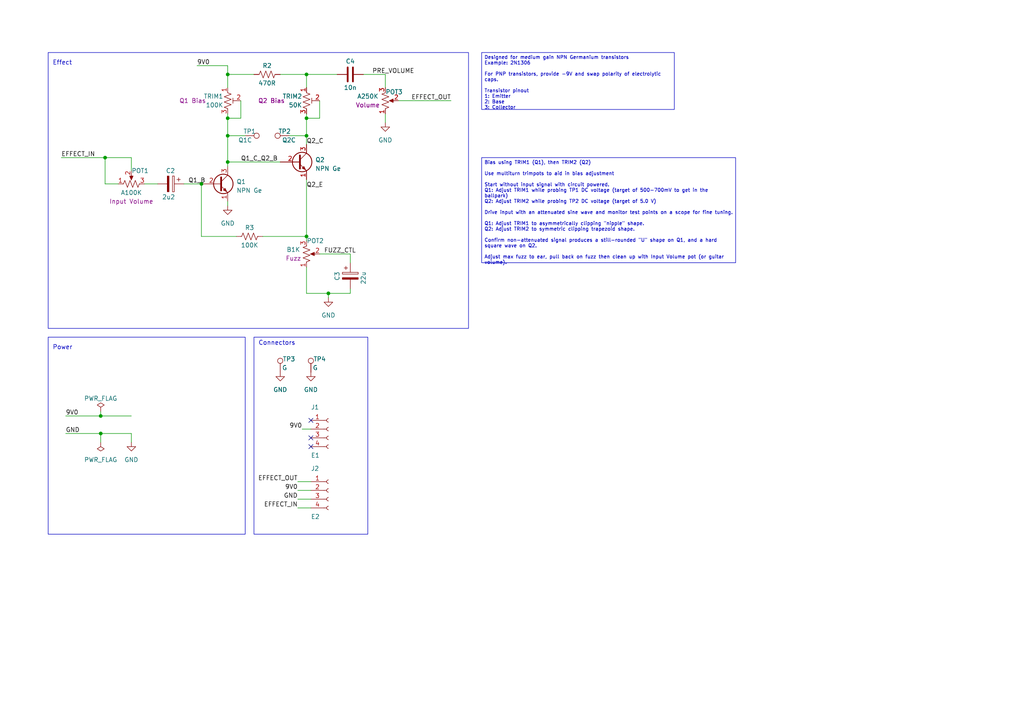
<source format=kicad_sch>
(kicad_sch (version 20230121) (generator eeschema)
  (paper "A4")
  (title_block (title "Random Input Fuzz Effect (Based on Fuzz Face)") (date "2023-02-28") (rev "v0.2"))
  (lib_symbols
    (symbol "Connector:Conn_01x04_Socket" (pin_names (offset 1.016) hide)
      (property "Reference" "J" (at 0 5.08 0))
      (property "Value" "Conn_01x04_Socket" (at 0 -7.62 0))
      (symbol "Conn_01x04_Socket_1_1"
        (arc (start 0 -4.572) (mid -0.5058 -5.08) (end 0 -5.588) (stroke (width 0.1524)))
        (arc (start 0 -2.032) (mid -0.5058 -2.54) (end 0 -3.048) (stroke (width 0.1524)))
        (polyline (pts (xy -1.27 -5.08) (xy -0.508 -5.08)) (stroke (width 0.1524)))
        (polyline (pts (xy -1.27 -2.54) (xy -0.508 -2.54)) (stroke (width 0.1524)))
        (polyline (pts (xy -1.27 0) (xy -0.508 0)) (stroke (width 0.1524)))
        (polyline (pts (xy -1.27 2.54) (xy -0.508 2.54)) (stroke (width 0.1524)))
        (arc (start 0 0.508) (mid -0.5058 0) (end 0 -0.508) (stroke (width 0.1524)))
        (arc (start 0 3.048) (mid -0.5058 2.54) (end 0 2.032) (stroke (width 0.1524)))
        (pin passive line (at -5.08 2.54 0) (length 3.81) (name "Pin_1") (number "1"))
        (pin passive line (at -5.08 0 0) (length 3.81) (name "Pin_2") (number "2"))
        (pin passive line (at -5.08 -2.54 0) (length 3.81) (name "Pin_3") (number "3"))
        (pin passive line (at -5.08 -5.08 0) (length 3.81) (name "Pin_4") (number "4"))
      )
    )
    (symbol "Connector:TestPoint" (pin_numbers hide) (pin_names (offset 0.762) hide)
      (property "Reference" "TP" (at 0 6.858 0))
      (property "Value" "TestPoint" (at 0 5.08 0))
      (symbol "TestPoint_0_1"
        (circle (center 0 3.302) (radius 0.762))
      )
      (symbol "TestPoint_1_1"
        (pin passive line (at 0 0 90) (length 2.54) (name "1") (number "1"))
      )
    )
    (symbol "Device:C" (pin_numbers hide) (pin_names (offset 0.254))
      (property "Reference" "C" (at 0.635 2.54 0))
      (property "Value" "C" (at 0.635 -2.54 0))
      (symbol "C_0_1"
        (polyline (pts (xy -2.032 -0.762) (xy 2.032 -0.762)) (stroke (width 0.508)))
        (polyline (pts (xy -2.032 0.762) (xy 2.032 0.762)) (stroke (width 0.508)))
      )
      (symbol "C_1_1"
        (pin passive line (at 0 3.81 270) (length 2.794) (name "~") (number "1"))
        (pin passive line (at 0 -3.81 90) (length 2.794) (name "~") (number "2"))
      )
    )
    (symbol "Device:C_Polarized" (pin_numbers hide) (pin_names (offset 0.254))
      (property "Reference" "C" (at 0.635 2.54 0))
      (property "Value" "C_Polarized" (at 0.635 -2.54 0))
      (symbol "C_Polarized_0_1"
        (rectangle (start -2.286 0.508) (end 2.286 1.016))
        (polyline (pts (xy -1.778 2.286) (xy -0.762 2.286)))
        (polyline (pts (xy -1.27 2.794) (xy -1.27 1.778)))
        (rectangle (start 2.286 -0.508) (end -2.286 -1.016) (fill (type outline)))
      )
      (symbol "C_Polarized_1_1"
        (pin passive line (at 0 3.81 270) (length 2.794) (name "~") (number "1"))
        (pin passive line (at 0 -3.81 90) (length 2.794) (name "~") (number "2"))
      )
    )
    (symbol "Device:Q_NPN_EBC" (pin_names (offset 0) hide)
      (property "Reference" "Q" (at 5.08 1.27 0))
      (property "Value" "Q_NPN_EBC" (at 5.08 -1.27 0))
      (symbol "Q_NPN_EBC_0_1"
        (polyline (pts (xy 0.635 0.635) (xy 2.54 2.54)))
        (polyline (pts (xy 0.635 -0.635) (xy 2.54 -2.54) (xy 2.54 -2.54)))
        (polyline (pts (xy 0.635 1.905) (xy 0.635 -1.905) (xy 0.635 -1.905)) (stroke (width 0.508)))
        (polyline (pts (xy 1.27 -1.778) (xy 1.778 -1.27) (xy 2.286 -2.286) (xy 1.27 -1.778) (xy 1.27 -1.778)) (fill (type outline)))
        (circle (center 1.27 0) (radius 2.8194) (stroke (width 0.254)))
      )
      (symbol "Q_NPN_EBC_1_1"
        (pin passive line (at 2.54 -5.08 90) (length 2.54) (name "E") (number "1"))
        (pin passive line (at -5.08 0 0) (length 5.715) (name "B") (number "2"))
        (pin passive line (at 2.54 5.08 270) (length 2.54) (name "C") (number "3"))
      )
    )
    (symbol "Device:R_Potentiometer_Trim_US" (pin_names (offset 1.016) hide)
      (property "Reference" "RV" (at -4.445 0 90))
      (property "Value" "R_Potentiometer_Trim_US" (at -2.54 0 90))
      (symbol "R_Potentiometer_Trim_US_0_1"
        (polyline (pts (xy 0 -2.286) (xy 0 -2.54)))
        (polyline (pts (xy 0 2.286) (xy 0 2.54)))
        (polyline (pts (xy 1.524 0.762) (xy 1.524 -0.762)))
        (polyline (pts (xy 2.54 0) (xy 1.524 0)))
        (polyline (pts (xy 0 -0.762) (xy 1.016 -1.143) (xy 0 -1.524) (xy -1.016 -1.905) (xy 0 -2.286)))
        (polyline (pts (xy 0 0.762) (xy 1.016 0.381) (xy 0 0) (xy -1.016 -0.381) (xy 0 -0.762)))
        (polyline (pts (xy 0 2.286) (xy 1.016 1.905) (xy 0 1.524) (xy -1.016 1.143) (xy 0 0.762)))
      )
      (symbol "R_Potentiometer_Trim_US_1_1"
        (pin passive line (at 0 3.81 270) (length 1.27) (name "1") (number "1"))
        (pin passive line (at 3.81 0 180) (length 1.27) (name "2") (number "2"))
        (pin passive line (at 0 -3.81 90) (length 1.27) (name "3") (number "3"))
      )
    )
    (symbol "Device:R_Potentiometer_US" (pin_names (offset 1.016) hide)
      (property "Reference" "RV" (at -4.445 0 90))
      (property "Value" "R_Potentiometer_US" (at -2.54 0 90))
      (symbol "R_Potentiometer_US_0_1"
        (polyline (pts (xy 0 -2.286) (xy 0 -2.54)))
        (polyline (pts (xy 0 2.54) (xy 0 2.286)))
        (polyline (pts (xy 2.54 0) (xy 1.524 0)))
        (polyline (pts (xy 1.143 0) (xy 2.286 0.508) (xy 2.286 -0.508) (xy 1.143 0)) (fill (type outline)))
        (polyline (pts (xy 0 -0.762) (xy 1.016 -1.143) (xy 0 -1.524) (xy -1.016 -1.905) (xy 0 -2.286)))
        (polyline (pts (xy 0 0.762) (xy 1.016 0.381) (xy 0 0) (xy -1.016 -0.381) (xy 0 -0.762)))
        (polyline (pts (xy 0 2.286) (xy 1.016 1.905) (xy 0 1.524) (xy -1.016 1.143) (xy 0 0.762)))
      )
      (symbol "R_Potentiometer_US_1_1"
        (pin passive line (at 0 3.81 270) (length 1.27) (name "1") (number "1"))
        (pin passive line (at 3.81 0 180) (length 1.27) (name "2") (number "2"))
        (pin passive line (at 0 -3.81 90) (length 1.27) (name "3") (number "3"))
      )
    )
    (symbol "Device:R_US" (pin_numbers hide) (pin_names (offset 0))
      (property "Reference" "R" (at 2.54 0 90))
      (property "Value" "R_US" (at -2.54 0 90))
      (symbol "R_US_0_1"
        (polyline (pts (xy 0 -2.286) (xy 0 -2.54)))
        (polyline (pts (xy 0 2.286) (xy 0 2.54)))
        (polyline (pts (xy 0 -0.762) (xy 1.016 -1.143) (xy 0 -1.524) (xy -1.016 -1.905) (xy 0 -2.286)))
        (polyline (pts (xy 0 0.762) (xy 1.016 0.381) (xy 0 0) (xy -1.016 -0.381) (xy 0 -0.762)))
        (polyline (pts (xy 0 2.286) (xy 1.016 1.905) (xy 0 1.524) (xy -1.016 1.143) (xy 0 0.762)))
      )
      (symbol "R_US_1_1"
        (pin passive line (at 0 3.81 270) (length 1.27) (name "~") (number "1"))
        (pin passive line (at 0 -3.81 90) (length 1.27) (name "~") (number "2"))
      )
    )
    (symbol "power:GND" (power) (pin_names (offset 0))
      (property "Value" "GND" (at 0 -3.81 0))
      (symbol "GND_0_1"
        (polyline (pts (xy 0 0) (xy 0 -1.27) (xy 1.27 -1.27) (xy 0 -2.54) (xy -1.27 -1.27) (xy 0 -1.27)))
      )
      (symbol "GND_1_1"
        (pin power_in line (at 0 0 270) (length 0) hide (name "GND") (number "1"))
      )
    )
    (symbol "power:PWR_FLAG" (power) (pin_numbers hide) (pin_names (offset 0) hide)
      (property "Value" "PWR_FLAG" (at 0 3.81 0))
      (symbol "PWR_FLAG_0_0"
        (pin power_out line (at 0 0 90) (length 0) (name "pwr") (number "1"))
      )
      (symbol "PWR_FLAG_0_1"
        (polyline (pts (xy 0 0) (xy 0 1.27) (xy -1.016 1.905) (xy 0 2.54) (xy 1.016 1.905) (xy 0 1.27)))
      )
    )
  )
  (junction (at 29.21 125.73))
  (junction (at 66.04 34.29))
  (junction (at 95.25 85.09))
  (junction (at 88.9 39.37))
  (junction (at 66.04 21.59))
  (junction (at 29.21 120.65))
  (junction (at 58.42 53.34))
  (junction (at 88.9 21.59))
  (junction (at 66.04 46.99))
  (junction (at 88.9 68.58))
  (junction (at 30.48 45.72))
  (junction (at 88.9 34.29))
  (junction (at 66.04 39.37))
  (no_connect (at 90.17 129.54))
  (no_connect (at 90.17 121.92))
  (no_connect (at 90.17 127))
  (wire (pts (xy 88.9 68.58) (xy 88.9 69.85)))
  (wire (pts (xy 66.04 33.02) (xy 66.04 34.29)))
  (wire (pts (xy 38.1 45.72) (xy 38.1 49.53)))
  (wire (pts (xy 92.71 34.29) (xy 92.71 29.21)))
  (wire (pts (xy 29.21 125.73) (xy 38.1 125.73)))
  (wire (pts (xy 86.36 144.78) (xy 90.17 144.78)))
  (wire (pts (xy 86.36 139.7) (xy 90.17 139.7)))
  (wire (pts (xy 41.91 53.34) (xy 45.72 53.34)))
  (wire (pts (xy 58.42 53.34) (xy 58.42 68.58)))
  (wire (pts (xy 111.76 21.59) (xy 111.76 25.4)))
  (wire (pts (xy 95.25 85.09) (xy 101.6 85.09)))
  (wire (pts (xy 115.57 29.21) (xy 130.81 29.21)))
  (wire (pts (xy 66.04 46.99) (xy 81.28 46.99)))
  (wire (pts (xy 57.15 19.05) (xy 66.04 19.05)))
  (wire (pts (xy 38.1 125.73) (xy 38.1 128.27)))
  (wire (pts (xy 29.21 125.73) (xy 29.21 128.27)))
  (wire (pts (xy 88.9 34.29) (xy 92.71 34.29)))
  (wire (pts (xy 95.25 85.09) (xy 95.25 86.36)))
  (wire (pts (xy 19.05 120.65) (xy 29.21 120.65)))
  (wire (pts (xy 66.04 19.05) (xy 66.04 21.59)))
  (wire (pts (xy 76.2 68.58) (xy 88.9 68.58)))
  (wire (pts (xy 105.41 21.59) (xy 111.76 21.59)))
  (wire (pts (xy 88.9 85.09) (xy 95.25 85.09)))
  (wire (pts (xy 30.48 45.72) (xy 30.48 53.34)))
  (wire (pts (xy 66.04 21.59) (xy 66.04 25.4)))
  (wire (pts (xy 88.9 33.02) (xy 88.9 34.29)))
  (wire (pts (xy 30.48 45.72) (xy 38.1 45.72)))
  (wire (pts (xy 66.04 46.99) (xy 66.04 48.26)))
  (wire (pts (xy 88.9 34.29) (xy 88.9 39.37)))
  (wire (pts (xy 86.36 147.32) (xy 90.17 147.32)))
  (wire (pts (xy 88.9 52.07) (xy 88.9 68.58)))
  (wire (pts (xy 66.04 34.29) (xy 69.85 34.29)))
  (wire (pts (xy 66.04 39.37) (xy 66.04 46.99)))
  (wire (pts (xy 81.28 21.59) (xy 88.9 21.59)))
  (wire (pts (xy 29.21 119.38) (xy 29.21 120.65)))
  (wire (pts (xy 30.48 53.34) (xy 34.29 53.34)))
  (wire (pts (xy 83.82 39.37) (xy 88.9 39.37)))
  (wire (pts (xy 88.9 21.59) (xy 97.79 21.59)))
  (wire (pts (xy 69.85 34.29) (xy 69.85 29.21)))
  (wire (pts (xy 101.6 85.09) (xy 101.6 83.82)))
  (wire (pts (xy 19.05 125.73) (xy 29.21 125.73)))
  (wire (pts (xy 92.71 73.66) (xy 101.6 73.66)))
  (wire (pts (xy 88.9 77.47) (xy 88.9 85.09)))
  (wire (pts (xy 88.9 39.37) (xy 88.9 41.91)))
  (wire (pts (xy 30.48 45.72) (xy 17.78 45.72)))
  (wire (pts (xy 66.04 58.42) (xy 66.04 59.69)))
  (wire (pts (xy 71.12 39.37) (xy 66.04 39.37)))
  (wire (pts (xy 86.36 142.24) (xy 90.17 142.24)))
  (wire (pts (xy 66.04 34.29) (xy 66.04 39.37)))
  (wire (pts (xy 88.9 21.59) (xy 88.9 25.4)))
  (wire (pts (xy 73.66 21.59) (xy 66.04 21.59)))
  (wire (pts (xy 29.21 120.65) (xy 38.1 120.65)))
  (wire (pts (xy 111.76 33.02) (xy 111.76 35.56)))
  (wire (pts (xy 101.6 76.2) (xy 101.6 73.66)))
  (wire (pts (xy 58.42 68.58) (xy 68.58 68.58)))
  (wire (pts (xy 53.34 53.34) (xy 58.42 53.34)))
  (wire (pts (xy 87.63 124.46) (xy 90.17 124.46)))
  (rectangle (start 13.97 97.79) (end 71.12 154.94))
  (rectangle (start 13.97 15.24) (end 135.89 95.25))
  (rectangle (start 73.66 97.79) (end 106.68 154.94))
  (text_box "Designed for medium gain NPN Germanium transistors\nExample: 2N1306\n\nFor PNP transistors, provide -9V and swap polarity of electrolytic caps.\n\nTransistor pinout\n1: Emitter\n2: Base\n3: Collector" (at 139.7 15.24 0) (size 55.88 16.51) (effects (font (size 1 1)) (justify left top)))
  (text_box "Bias using TRIM1 (Q1), then TRIM2 (Q2)\n\nUse multiturn trimpots to aid in bias adjustment\n\nStart without input signal with circuit powered.\nQ1: Adjust TRIM1 while probing TP1 DC voltage (target of 500-700mV to get in the ballpark)\nQ2: Adjust TRIM2 while probing TP2 DC voltage (target of 5.0 V)\n\nDrive input with an attenuated sine wave and monitor test points on a scope for fine tuning.\n\nQ1: Adjust TRIM1 to asymmetrically clipping \"nipple\" shape.\nQ2: Adjust TRIM2 to symmetric clipping trapezoid shape.\n\nConfirm non-attenuated signal produces a still-rounded \"U\" shape on Q1, and a hard square wave on Q2.\n\nAdjust max fuzz to ear, pull back on fuzz then clean up with Input Volume pot (or guitar volume)." (at 139.7 45.72 0) (size 73.66 30.48) (effects (font (size 1 1)) (justify left top)))
  (text "Effect" (at 15.24 19.05 0) (effects (font (size 1.27 1.27)) (justify left bottom)))
  (text "Power" (at 15.24 101.6 0) (effects (font (size 1.27 1.27)) (justify left bottom)))
  (text "Connectors" (at 74.93 100.33 0) (effects (font (size 1.27 1.27)) (justify left bottom)))
  (label "EFFECT_IN" (at 86.36 147.32 180))
  (label "9V0" (at 87.63 124.46 180))
  (label "FUZZ_CTL" (at 93.98 73.66 0))
  (label "EFFECT_OUT" (at 86.36 139.7 180))
  (label "GND" (at 86.36 144.78 180))
  (label "Q1_B" (at 54.61 53.34 0))
  (label "9V0" (at 19.05 120.65 0))
  (label "9V0" (at 57.15 19.05 0))
  (label "PRE_VOLUME" (at 107.95 21.59 0))
  (label "Q1_C_Q2_B" (at 69.85 46.99 0))
  (label "EFFECT_IN" (at 17.78 45.72 0))
  (label "EFFECT_OUT" (at 130.81 29.21 180))
  (label "9V0" (at 86.36 142.24 180))
  (label "Q2_E" (at 88.9 54.61 0))
  (label "Q2_C" (at 88.9 41.91 0))
  (label "GND" (at 19.05 125.73 0))
  (symbol (lib_id "Device:C_Polarized") (at 101.6 80.01 0) (unit 1)
    (property "Reference" "C3" (at 97.79 78.74 90) (effects (justify right)))
    (property "Value" "22u" (at 105.41 78.74 90) (effects (justify right)))
    (property "Footprint" "Capacitor_THT:CP_Radial_D4.0mm_P1.50mm" (effects hide))
  )
  (symbol (lib_id "Device:R_Potentiometer_Trim_US") (at 66.04 29.21 0) (unit 1)
    (property "Reference" "TRIM1" (at 64.77 27.94 0) (effects (justify right)))
    (property "Value" "100K" (at 64.77 30.48 0) (effects (justify right)))
    (property "Footprint" "Potentiometer_THT:Potentiometer_Bourns_3296W_Vertical" (effects hide))
    (property "Label" "Q1 Bias" (at 55.88 29.21 0))
  )
  (symbol (lib_id "Device:R_Potentiometer_US") (at 88.9 73.66 0) (mirror x) (unit 1)
    (property "Reference" "POT2" (at 91.44 69.85 0))
    (property "Value" "B1K" (at 85.09 72.39 0))
    (property "Footprint" "random_input:Potentiometer_Single_3_Horizontal" (effects hide))
    (property "Field4" "Fuzz" (at 85.09 74.93 0))
  )
  (symbol (lib_id "Device:R_Potentiometer_Trim_US") (at 88.9 29.21 0) (unit 1)
    (property "Reference" "TRIM2" (at 87.63 27.94 0) (effects (justify right)))
    (property "Value" "50K" (at 87.63 30.48 0) (effects (justify right)))
    (property "Footprint" "Potentiometer_THT:Potentiometer_Bourns_3296W_Vertical" (effects hide))
    (property "Label" "Q2 Bias" (at 78.74 29.21 0))
  )
  (symbol (lib_id "Connector:Conn_01x04_Socket") (at 95.25 124.46 0) (unit 1)
    (property "Reference" "J1" (at 90.17 118.11 0) (effects (justify left)))
    (property "Value" "E1" (at 90.17 132.08 0) (effects (justify left)))
    (property "Footprint" "Connector_Molex:Molex_PicoBlade_53047-0410_1x04_P1.25mm_Vertical" (effects hide))
  )
  (symbol (lib_id "power:GND") (at 90.17 107.95 0) (unit 1)
    (property "Reference" "#PWR02" (effects hide))
    (property "Value" "GND" (at 90.17 113.03 0))
  )
  (symbol (lib_id "Device:C_Polarized") (at 49.53 53.34 270) (unit 1)
    (property "Reference" "C2" (at 50.8 49.53 90) (effects (justify right)))
    (property "Value" "2u2" (at 50.8 57.15 90) (effects (justify right)))
    (property "Footprint" "Capacitor_THT:CP_Radial_D4.0mm_P1.50mm" (effects hide))
  )
  (symbol (lib_id "power:GND") (at 66.04 59.69 0) (unit 1)
    (property "Reference" "#PWR03" (effects hide))
    (property "Value" "GND" (at 66.04 64.77 0))
  )
  (symbol (lib_id "power:PWR_FLAG") (at 29.21 128.27 180) (unit 1)
    (property "Reference" "#FLG02" (effects hide))
    (property "Value" "PWR_FLAG" (at 29.21 133.35 0))
  )
  (symbol (lib_id "Device:Q_NPN_EBC") (at 86.36 46.99 0) (unit 1)
    (property "Reference" "Q2" (at 91.44 46.355 0) (effects (justify left)))
    (property "Value" "NPN Ge" (at 91.44 48.895 0) (effects (justify left)))
    (property "Footprint" "Package_TO_SOT_THT:TO-5-3" (effects hide))
  )
  (symbol (lib_id "power:GND") (at 111.76 35.56 0) (unit 1)
    (property "Reference" "#PWR05" (effects hide))
    (property "Value" "GND" (at 111.76 40.64 0))
  )
  (symbol (lib_id "Connector:TestPoint") (at 90.17 107.95 0) (unit 1)
    (property "Reference" "TP4" (at 92.71 104.14 0))
    (property "Value" "G" (at 91.44 106.68 0))
    (property "Footprint" "TestPoint:TestPoint_THTPad_2.5x2.5mm_Drill1.2mm" (effects hide))
  )
  (symbol (lib_id "Device:R_Potentiometer_US") (at 111.76 29.21 0) (mirror x) (unit 1)
    (property "Reference" "POT3" (at 114.3 26.67 0))
    (property "Value" "A250K" (at 106.68 27.94 0))
    (property "Footprint" "random_input:Potentiometer_Single_3_Horizontal" (effects hide))
    (property "Label" "Volume" (at 106.68 30.48 0))
  )
  (symbol (lib_id "Device:R_US") (at 77.47 21.59 90) (unit 1)
    (property "Reference" "R2" (at 77.47 19.05 90))
    (property "Value" "470R" (at 77.47 24.13 90))
    (property "Footprint" "Resistor_THT:R_Axial_DIN0207_L6.3mm_D2.5mm_P7.62mm_Horizontal" (effects hide))
  )
  (symbol (lib_id "Connector:TestPoint") (at 83.82 39.37 90) (unit 1)
    (property "Reference" "TP2" (at 82.55 38.1 90))
    (property "Value" "Q2C" (at 83.82 40.64 90))
    (property "Footprint" "TestPoint:TestPoint_THTPad_2.5x2.5mm_Drill1.2mm" (effects hide))
  )
  (symbol (lib_id "Connector:TestPoint") (at 81.28 107.95 0) (unit 1)
    (property "Reference" "TP3" (at 83.82 104.14 0))
    (property "Value" "G" (at 82.55 106.68 0))
    (property "Footprint" "TestPoint:TestPoint_THTPad_2.5x2.5mm_Drill1.2mm" (effects hide))
  )
  (symbol (lib_id "Connector:Conn_01x04_Socket") (at 95.25 142.24 0) (unit 1)
    (property "Reference" "J2" (at 90.17 135.89 0) (effects (justify left)))
    (property "Value" "E2" (at 90.17 149.86 0) (effects (justify left)))
    (property "Footprint" "Connector_Molex:Molex_PicoBlade_53047-0410_1x04_P1.25mm_Vertical" (effects hide))
  )
  (symbol (lib_id "power:GND") (at 81.28 107.95 0) (unit 1)
    (property "Reference" "#PWR04" (effects hide))
    (property "Value" "GND" (at 81.28 113.03 0))
  )
  (symbol (lib_id "power:GND") (at 38.1 128.27 0) (unit 1)
    (property "Reference" "#PWR01" (effects hide))
    (property "Value" "GND" (at 38.1 133.35 0))
  )
  (symbol (lib_id "Device:R_Potentiometer_US") (at 38.1 53.34 90) (unit 1)
    (property "Reference" "POT1" (at 40.64 49.53 90))
    (property "Value" "A100K" (at 38.1 55.88 90))
    (property "Footprint" "random_input:Potentiometer_Single_3_Horizontal" (effects hide))
    (property "Label" "Input Volume" (at 38.1 58.42 90))
  )
  (symbol (lib_id "power:PWR_FLAG") (at 29.21 119.38 0) (unit 1)
    (property "Reference" "#FLG01" (effects hide))
    (property "Value" "PWR_FLAG" (at 29.21 115.57 0))
  )
  (symbol (lib_id "power:GND") (at 95.25 86.36 0) (unit 1)
    (property "Reference" "#PWR06" (effects hide))
    (property "Value" "GND" (at 95.25 91.44 0))
  )
  (symbol (lib_id "Device:C") (at 101.6 21.59 90) (unit 1)
    (property "Reference" "C4" (at 101.6 17.78 90))
    (property "Value" "10n" (at 101.6 25.4 90))
    (property "Footprint" "Capacitor_THT:C_Rect_L7.0mm_W2.5mm_P5.00mm" (effects hide))
  )
  (symbol (lib_id "Connector:TestPoint") (at 71.12 39.37 270) (unit 1)
    (property "Reference" "TP1" (at 72.39 38.1 90))
    (property "Value" "Q1C" (at 71.12 40.64 90))
    (property "Footprint" "TestPoint:TestPoint_THTPad_2.5x2.5mm_Drill1.2mm" (effects hide))
  )
  (symbol (lib_id "Device:R_US") (at 72.39 68.58 90) (unit 1)
    (property "Reference" "R3" (at 72.39 66.04 90))
    (property "Value" "100K" (at 72.39 71.12 90))
    (property "Footprint" "Resistor_THT:R_Axial_DIN0207_L6.3mm_D2.5mm_P7.62mm_Horizontal" (effects hide))
  )
  (symbol (lib_id "Device:Q_NPN_EBC") (at 63.5 53.34 0) (unit 1)
    (property "Reference" "Q1" (at 68.58 52.705 0) (effects (justify left)))
    (property "Value" "NPN Ge" (at 68.58 55.245 0) (effects (justify left)))
    (property "Footprint" "Package_TO_SOT_THT:TO-5-3" (effects hide))
  )
)
</source>
